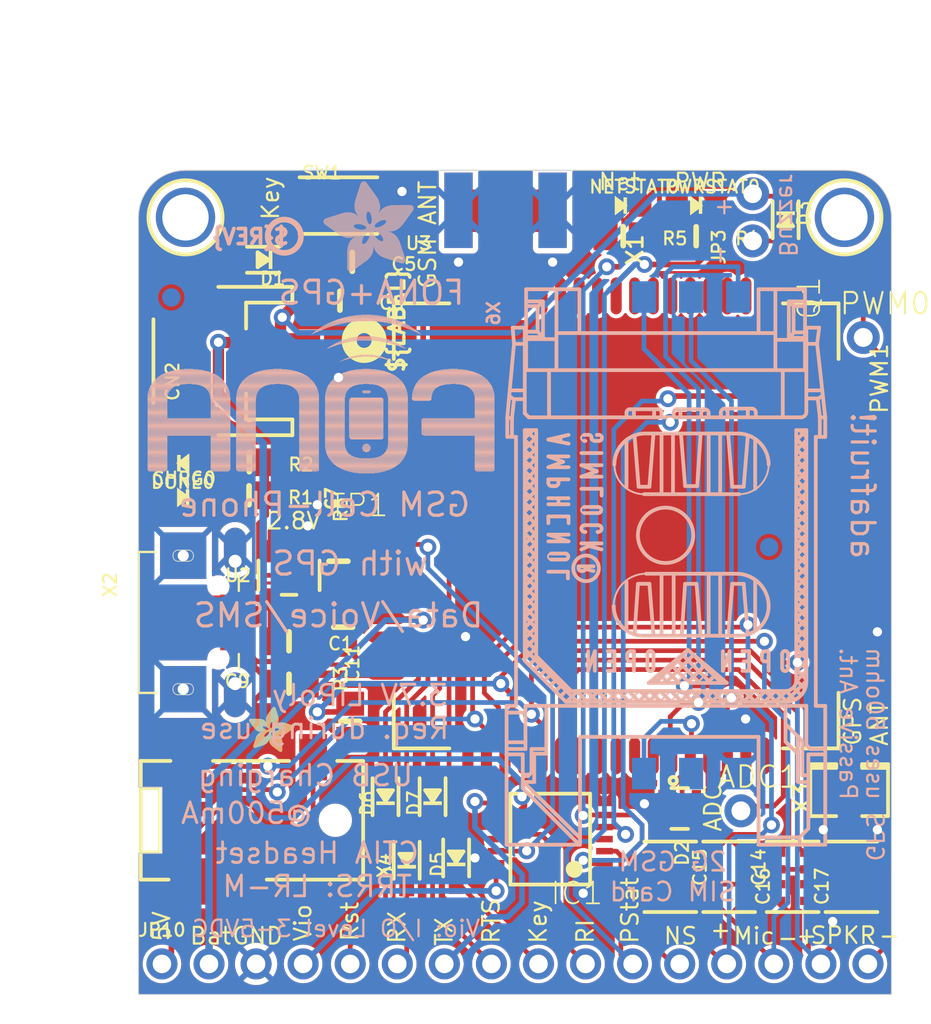
<source format=kicad_pcb>
(kicad_pcb (version 20221018) (generator pcbnew)
  (layers (0 "F.Cu" signal) (31 "B.Cu" signal) (34 "B.Paste" user) (35 "F.Paste" user) (36 "B.SilkS" user "B.Silkscreen") (37 "F.SilkS" user "F.Silkscreen") (38 "B.Mask" user) (39 "F.Mask" user) (44 "Edge.Cuts" user))
  (net 0 "")
  (net 1 "GND")
  (net 2 "N$1")
  (net 3 "N$2")
  (net 4 "N$5")
  (net 5 "N$6")
  (net 6 "PWRKEY")
  (net 7 "NETSTAT")
  (net 8 "PWRSTAT")
  (net 9 "SIMRST")
  (net 10 "SIMCLK")
  (net 11 "SIMDATA")
  (net 12 "2.8V")
  (net 13 "RESET")
  (net 14 "RI")
  (net 15 "UART_RXD")
  (net 16 "UART_TXD")
  (net 17 "VRTC")
  (net 18 "VCCIO")
  (net 19 "GSM_ANT")
  (net 20 "VBUS")
  (net 21 "1.8V")
  (net 22 "NETSTAT_5V")
  (net 23 "N$4")
  (net 24 "PWRSTAT_5V")
  (net 25 "N$9")
  (net 26 "SPEAKER1+")
  (net 27 "MIC1+")
  (net 28 "VBAT")
  (net 29 "+5V")
  (net 30 "RXD_5V")
  (net 31 "TXD_5V")
  (net 32 "RI_5V")
  (net 33 "PWRKEY_5V")
  (net 34 "RESET_5V")
  (net 35 "N$16")
  (net 36 "HP+")
  (net 37 "RTS")
  (net 38 "MIC1-")
  (net 39 "SPEAKER1-")
  (net 40 "PWM1")
  (net 41 "N$3")
  (net 42 "RTS_5V")
  (net 43 "N$7")
  (footprint "working:1X16_ROUND" (layer "F.Cu") (at 148.5011 125.5776)
    (fp_text reference "JP10")
    (fp_text value "")
  )
  (footprint "working:MOUNTINGHOLE_2.5_PLATED" (layer "F.Cu") (at 166.2811 85.3186 90)
    (fp_text reference "U$33" hide)
    (fp_text value "MOUNTINGHOLE2.5" hide)
  )
  (footprint "working:SOD-323" (layer "F.Cu") (at 145.3261 119.8626 90)
    (fp_text reference "D5")
    (fp_text value "1N4148")
  )
  (footprint "working:4UCONN_18510" (layer "F.Cu") (at 128.3081 117.8306)
    (fp_text reference "X4")
    (fp_text value "4UCONN_18510")
  )
  (footprint "working:RESPACK_4X0603" (layer "F.Cu") (at 160.0581 120.8786 -90)
    (fp_text reference "C14")
    (fp_text value "33pF")
  )
  (footprint "working:0805-NO" (layer "F.Cu") (at 138.9761 103.8606 90)
    (fp_text reference "R6")
    (fp_text value "10K")
  )
  (footprint "working:0805-NO" (layer "F.Cu") (at 136.3091 108.1786)
    (fp_text reference "C1")
    (fp_text value "10µF")
  )
  (footprint "working:SOT23-5" (layer "F.Cu") (at 136.3091 104.6226 180)
    (fp_text reference "U2")
    (fp_text value "MCP73831T-2ACI/OT")
  )
  (footprint "working:FIDUCIAL_1MM" (layer "F.Cu") (at 133.7691 117.7036)
    (fp_text reference "FID3" hide)
    (fp_text value "FIDUCIAL\"\"" hide)
  )
  (footprint "working:1X01-CLEANBIG" (layer "F.Cu") (at 160.6931 117.3226)
    (fp_text reference "ADC1")
    (fp_text value "")
  )
  (footprint "working:SOD-323" (layer "F.Cu") (at 141.5161 116.5606 90)
    (fp_text reference "D6")
    (fp_text value "1N4148")
  )
  (footprint "working:0805-NO" (layer "F.Cu") (at 139.0561 89.8116)
    (fp_text reference "C6")
    (fp_text value "33pF")
  )
  (footprint "working:CHIPLED_0805_NOOUTLINE" (layer "F.Cu") (at 130.5951 100.4206 -90)
    (fp_text reference "CHRG0")
    (fp_text value "ORANGE")
  )
  (footprint "working:CHIPLED_0805_NOOUTLINE" (layer "F.Cu") (at 158.2801 84.6836 -90)
    (fp_text reference "PWRSTAT0")
    (fp_text value "BLUE")
  )
  (footprint "working:0805-NO" (layer "F.Cu") (at 134.1661 98.5266)
    (fp_text reference "R2")
    (fp_text value "1K")
  )
  (footprint "working:SMA_EDGELAUNCH_UFL" (layer "F.Cu") (at 147.9931 82.9056 -90)
    (fp_text reference "X1")
    (fp_text value "uFL")
  )
  (footprint "working:0805-NO" (layer "F.Cu") (at 136.3091 110.4646 180)
    (fp_text reference "C9")
    (fp_text value "10uF")
  )
  (footprint "working:0805-NO" (layer "F.Cu") (at 139.7221 87.7166)
    (fp_text reference "C5")
    (fp_text value "10pF")
  )
  (footprint "working:RESPACK_4X0603" (layer "F.Cu") (at 166.6621 120.8786 90)
    (fp_text reference "C17")
    (fp_text value "10pF")
  )
  (footprint "working:SIM900_SMT" (layer "F.Cu") (at 153.9621 101.9556)
    (fp_text reference "U3")
    (fp_text value "SIM808")
  )
  (footprint "working:SOD-323" (layer "F.Cu") (at 142.6591 119.9896 90)
    (fp_text reference "D4")
    (fp_text value "1N4148")
  )
  (footprint "working:RESPACK_4X0603" (layer "F.Cu") (at 156.8831 120.8786 -90)
    (fp_text reference "C15")
    (fp_text value "10pF")
  )
  (footprint "working:1X02_ROUND" (layer "F.Cu") (at 161.3281 85.3186 90)
    (fp_text reference "JP3")
    (fp_text value "BUZZ")
  )
  (footprint "working:RESPACK_4X0603" (layer "F.Cu") (at 163.4871 120.8786 90)
    (fp_text reference "C16")
    (fp_text value "33pF")
  )
  (footprint "working:0805-NO" (layer "F.Cu") (at 134.1501 100.3046)
    (fp_text reference "R1")
    (fp_text value "470")
  )
  (footprint "working:ADAFRUIT_2.5MM" (layer "F.Cu") (at 134.1501 114.1476)
    (fp_text reference "U$21" hide)
    (fp_text value "" hide)
  )
  (footprint "working:SOD-323" (layer "F.Cu") (at 163.1061 85.4456 -90)
    (fp_text reference "D3")
    (fp_text value "1N4148")
  )
  (footprint "working:MOUNTINGHOLE_2.5_PLATED" (layer "F.Cu") (at 130.7211 85.3186 90)
    (fp_text reference "U$34" hide)
    (fp_text value "MOUNTINGHOLE2.5" hide)
  )
  (footprint "working:SC59-BEC" (layer "F.Cu") (at 166.2811 89.0016 90)
    (fp_text reference "Q1")
    (fp_text value "DTC143ZUAT106")
  )
  (footprint "working:0805-NO" (layer "F.Cu") (at 154.3431 86.3346)
    (fp_text reference "R5")
    (fp_text value "1K")
  )
  (footprint "working:FIDUCIAL_1MM" (layer "F.Cu") (at 163.8681 92.0496)
    (fp_text reference "FID1" hide)
    (fp_text value "FIDUCIAL\"\"" hide)
  )
  (footprint "working:FIDUCIAL_1MM" (layer "F.Cu") (at 130.4671 92.3036)
    (fp_text reference "FID2" hide)
    (fp_text value "FIDUCIAL\"\"" hide)
  )
  (footprint "working:0805-NO" (layer "F.Cu") (at 158.2801 86.3346)
    (fp_text reference "R4")
    (fp_text value "1K")
  )
  (footprint "working:SOT363" (layer "F.Cu") (at 157.3911 117.1956 -90)
    (fp_text reference "D2")
    (fp_text value "SMF05C")
  )
  (footprint "working:CHIPLED_0805_NOOUTLINE" (layer "F.Cu") (at 130.6001 98.5726 90)
    (fp_text reference "DONE0")
    (fp_text value "GREEN")
  )
  (footprint "working:4UCONN_20329" (layer "F.Cu") (at 132.4991 107.1626 -90)
    (fp_text reference "X2")
    (fp_text value "MicroB")
    (fp_line (start -3.9 2.2) (end -3.9 1.6) (stroke (width 0.05)) (layer "Edge.Cuts"))
    (fp_line (start -3.3 1.6) (end -3.3 2.2) (stroke (width 0.05)) (layer "Edge.Cuts"))
    (fp_line (start 3.3 2.2) (end 3.3 1.6) (stroke (width 0.05)) (layer "Edge.Cuts"))
    (fp_line (start 3.9 1.6) (end 3.9 2.2) (stroke (width 0.05)) (layer "Edge.Cuts"))
    (fp_arc (start -3.9 1.6) (mid -3.801777 1.412868) (end -3.6 1.35) (stroke (width 0.05)) (layer "Edge.Cuts"))
    (fp_arc (start -3.6 1.35) (mid -3.398223 1.412868) (end -3.3 1.6) (stroke (width 0.05)) (layer "Edge.Cuts"))
    (fp_arc (start -3.6 2.45) (mid -3.801777 2.387132) (end -3.9 2.2) (stroke (width 0.05)) (layer "Edge.Cuts"))
    (fp_arc (start -3.3 2.2) (mid -3.398223 2.387132) (end -3.6 2.45) (stroke (width 0.05)) (layer "Edge.Cuts"))
    (fp_arc (start 3.3 1.6) (mid 3.398223 1.412868) (end 3.6 1.35) (stroke (width 0.05)) (layer "Edge.Cuts"))
    (fp_arc (start 3.6 1.35) (mid 3.801777 1.412868) (end 3.9 1.6) (stroke (width 0.05)) (layer "Edge.Cuts"))
    (fp_arc (start 3.6 2.45) (mid 3.398223 2.387132) (end 3.3 2.2) (stroke (width 0.05)) (layer "Edge.Cuts"))
    (fp_arc (start 3.9 2.2) (mid 3.801777 2.387132) (end 3.6 2.45) (stroke (width 0.05)) (layer "Edge.Cuts"))
  )
  (footprint "working:0805-NO" (layer "F.Cu") (at 139.2301 107.4166 -90)
    (fp_text reference "R3")
    (fp_text value "2K")
  )
  (footprint "working:CHIPLED_0805_NOOUTLINE" (layer "F.Cu") (at 154.2161 84.6836 -90)
    (fp_text reference "NETSTAT0")
    (fp_text value "RED")
  )
  (footprint "working:1X01-CLEANBIG" (layer "F.Cu") (at 167.2971 91.7956)
    (fp_text reference "PWM0")
    (fp_text value "")
  )
  (footprint "working:C1210" (layer "F.Cu") (at 138.7221 97.7646 -90)
    (fp_text reference "C7")
    (fp_text value "100uF")
  )
  (footprint "working:TP11R" (layer "F.Cu") (at 138.9761 101.4476)
    (fp_text reference "TP1")
    (fp_text value "TPTP11R")
  )
  (footprint "working:BTN_KMR2_4.6X2.8" (layer "F.Cu") (at 138.9761 84.6836)
    (fp_text reference "SW1")
    (fp_text value "KMR2")
  )
  (footprint "working:SOD-323" (layer "F.Cu") (at 144.0561 116.5606 90)
    (fp_text reference "D7")
    (fp_text value "1N4148")
  )
  (footprint "working:0805-NO" (layer "F.Cu") (at 139.6111 112.4966 90)
    (fp_text reference "C11")
    (fp_text value "10uF")
  )
  (footprint "working:JSTPH2" (layer "F.Cu") (at 131.9911 93.0656 90)
    (fp_text reference "CN2")
    (fp_text value "JSTPH")
  )
  (footprint "working:TSSOP14" (layer "F.Cu") (at 150.4061 118.8466 90)
    (fp_text reference "IC1")
    (fp_text value "74VHCT125PW")
  )
  (footprint "working:U.FL" (layer "F.Cu") (at 166.5351 116.3066 90)
    (fp_text reference "X3")
    (fp_text value "uFL")
  )
  (footprint "working:SOD-123" (layer "F.Cu") (at 134.9121 87.6046 180)
    (fp_text reference "D1")
    (fp_text value "MMSZ5231BT1G")
  )
  (footprint "working:C707_10M006_512_2" (layer "B.Cu") (at 156.6291 102.4636 -90)
    (fp_text reference "X6")
    (fp_text value "SIM_LOCKAMPHENOL")
  )
  (footprint "working:FIDUCIAL_1MM" (layer "B.Cu") (at 162.2171 103.0986 180)
    (fp_text reference "FID5" hide)
    (fp_text value "FIDUCIAL\"\"" hide)
  )
  (footprint "working:FIDUCIAL_1MM" (layer "B.Cu") (at 129.9591 89.6366 180)
    (fp_text reference "FID4" hide)
    (fp_text value "FIDUCIAL\"\"" hide)
  )
  (footprint "working:ADAFRUIT_5MM" (layer "B.Cu") (at 143.0401 88.2396 180)
    (fp_text reference "U$36" hide)
    (fp_text value "" hide)
  )
  (footprint "working:PCBFEAT-REV-040" (layer "B.Cu") (at 136.0551 86.3346 180)
    (fp_text reference "U$25" hide)
    (fp_text value "" hide)
  )
  (footprint "working:FONA_LOGO" (layer "B.Cu") (at 147.8661 99.2886 180)
    (fp_text reference "U$26" hide)
    (fp_text value "" hide)
  )
  (gr_line (start 129.4511 116.0526) (end 129.4511 119.6086) (stroke (width 0.05)) (layer "Edge.Cuts"))
  (gr_line (start 166.2811 82.7786) (end 130.7211 82.7786) (stroke (width 0.05)) (layer "Edge.Cuts"))
  (gr_line (start 128.1811 119.6086) (end 128.1811 127.2286) (stroke (width 0.05)) (layer "Edge.Cuts"))
  (gr_line (start 128.1811 85.3186) (end 128.1811 116.0526) (stroke (width 0.05)) (layer "Edge.Cuts"))
  (gr_line (start 128.1811 127.2286) (end 168.8211 127.2286) (stroke (width 0.05)) (layer "Edge.Cuts"))
  (gr_arc (start 166.2811 82.7786) (mid 168.077151 83.522549) (end 168.8211 85.3186) (stroke (width 0.05)) (layer "Edge.Cuts"))
  (gr_arc (start 128.1811 85.3186) (mid 128.925049 83.522549) (end 130.7211 82.7786) (stroke (width 0.05)) (layer "Edge.Cuts"))
  (gr_line (start 129.4511 119.6086) (end 128.1811 119.6086) (stroke (width 0.05)) (layer "Edge.Cuts"))
  (gr_line (start 128.1811 116.0526) (end 129.4511 116.0526) (stroke (width 0.05)) (layer "Edge.Cuts"))
  (gr_line (start 168.8211 127.2286) (end 168.8211 85.3186) (stroke (width 0.05)) (layer "Edge.Cuts"))
  (gr_text "Req. during use" (at 138.2141 112.8776) (layer "B.SilkS") (effects (font (size 1.1176 1.1176) (thickness 0.1524)) (justify mirror)))
  (gr_text "adafruit!" (at 166.5351 103.8606 -90) (layer "B.SilkS") (effects (font (size 1.251712 1.251712) (thickness 0.170688)) (justify left bottom mirror)))
  (gr_text "Vio: I/O Level 3-5VDC" (at 138.8491 123.6726) (layer "B.SilkS") (effects (font (size 0.89408 0.89408) (thickness 0.12192)) (justify mirror)))
  (gr_text "Buzzer" (at 163.7411 82.9056 -90) (layer "B.SilkS") (effects (font (size 0.89408 0.89408) (thickness 0.12192)) (justify right top mirror)))
  (gr_text "USB Charging" (at 137.1981 115.4176) (layer "B.SilkS") (effects (font (size 1.1176 1.1176) (thickness 0.1524)) (justify mirror)))
  (gr_text "2G GSM\nSIM Card" (at 157.0101 120.8786) (layer "B.SilkS") (effects (font (size 1.00584 1.00584) (thickness 0.13716)) (justify mirror)))
  (gr_text "@500mA" (at 134.0231 117.4496) (layer "B.SilkS") (effects (font (size 1.1176 1.1176) (thickness 0.1524)) (justify mirror)))
  (gr_text "3.7V LiPoly" (at 140.1191 111.0996) (layer "B.SilkS") (effects (font (size 1.1176 1.1176) (thickness 0.1524)) (justify mirror)))
  (gr_text "-" (at 160.1851 86.7156 -90) (layer "B.SilkS") (effects (font (size 0.89408 0.89408) (thickness 0.12192)) (justify right top mirror)))
  (gr_text "Data/Voice/SMS" (at 138.9761 106.7816) (layer "B.SilkS") (effects (font (size 1.251712 1.251712) (thickness 0.170688)) (justify mirror)))
  (gr_text "with GPS" (at 139.6111 103.9876) (layer "B.SilkS") (effects (font (size 1.251712 1.251712) (thickness 0.170688)) (justify mirror)))
  (gr_text "FONA+GPS" (at 140.7541 89.3826) (layer "B.SilkS") (effects (font (size 1.251712 1.251712) (thickness 0.170688)) (justify mirror)))
  (gr_text "CTIA Headset\nTRRS: LR-M" (at 137.8331 120.4976) (layer "B.SilkS") (effects (font (size 1.1176 1.1176) (thickness 0.1524)) (justify mirror)))
  (gr_text "GPS uses 50ohm\nPassive Ant." (at 168.4401 108.4326 -90) (layer "B.SilkS") (effects (font (size 0.89408 0.89408) (thickness 0.12192)) (justify right top mirror)))
  (gr_text "+" (at 159.1691 84.1756) (layer "B.SilkS") (effects (font (size 0.89408 0.89408) (thickness 0.12192)) (justify right top mirror)))
  (gr_text "GSM Cell-Phone" (at 138.2141 100.8126) (layer "B.SilkS") (effects (font (size 1.251712 1.251712) (thickness 0.170688)) (justify mirror)))
  (gr_text "Bat" (at 133.2611 123.5456) (layer "F.SilkS") (effects (font (size 0.89408 0.89408) (thickness 0.12192)) (justify right top)))
  (gr_text "Key" (at 150.2791 124.5616 90) (layer "F.SilkS") (effects (font (size 0.89408 0.89408) (thickness 0.12192)) (justify left bottom)))
  (gr_text "GSM ANT" (at 144.3101 89.2556 90) (layer "F.SilkS") (effects (font (size 0.89408 0.89408) (thickness 0.12192)) (justify left bottom)))
  (gr_text "Key" (at 134.7851 83.0326 90) (layer "F.SilkS") (effects (font (size 0.89408 0.89408) (thickness 0.12192)) (justify right top)))
  (gr_text "5V" (at 129.9591 124.4346 90) (layer "F.SilkS") (effects (font (size 0.89408 0.89408) (thickness 0.12192)) (justify left bottom)))
  (gr_text "GPS\nANT" (at 168.6941 113.8936 90) (layer "F.SilkS") (effects (font (size 0.89408 0.89408) (thickness 0.12192)) (justify left bottom)))
  (gr_text "Vio" (at 137.5791 124.4346 90) (layer "F.SilkS") (effects (font (size 0.89408 0.89408) (thickness 0.12192)) (justify left bottom)))
  (gr_text "-" (at 162.5981 124.6886) (layer "F.SilkS") (effects (font (size 0.89408 0.89408) (thickness 0.12192)) (justify left bottom)))
  (gr_text "SPKR" (at 164.3761 124.5616) (layer "F.SilkS") (effects (font (size 0.89408 0.89408) (thickness 0.12192)) (justify left bottom)))
  (gr_text "RTS" (at 147.7391 124.5616 90) (layer "F.SilkS") (effects (font (size 0.89408 0.89408) (thickness 0.12192)) (justify left bottom)))
  (gr_text "Net" (at 152.9461 83.9216) (layer "F.SilkS") (effects (font (size 0.89408 0.89408) (thickness 0.12192)) (justify left bottom)))
  (gr_text "RI" (at 152.8191 124.5616 90) (layer "F.SilkS") (effects (font (size 0.89408 0.89408) (thickness 0.12192)) (justify left bottom)))
  (gr_text "GND" (at 136.0551 123.5456) (layer "F.SilkS") (effects (font (size 0.89408 0.89408) (thickness 0.12192)) (justify right top)))
  (gr_text "Rst" (at 140.1191 124.4346 90) (layer "F.SilkS") (effects (font (size 0.89408 0.89408) (thickness 0.12192)) (justify left bottom)))
  (gr_text "+" (at 160.0581 124.4346 90) (layer "F.SilkS") (effects (font (size 0.89408 0.89408) (thickness 0.12192)) (justify left bottom)))
  (gr_text "NS" (at 158.4071 123.5456) (layer "F.SilkS") (effects (font (size 0.89408 0.89408) (thickness 0.12192)) (justify right top)))
  (gr_text "2.8V" (at 135.0391 102.2096) (layer "F.SilkS") (effects (font (size 0.89408 0.89408) (thickness 0.12192)) (justify left bottom)))
  (gr_text "TX" (at 145.1991 124.6886 90) (layer "F.SilkS") (effects (font (size 0.89408 0.89408) (thickness 0.12192)) (justify left bottom)))
  (gr_text "-" (at 168.0591 124.5616) (layer "F.SilkS") (effects (font (size 0.89408 0.89408) (thickness 0.12192)) (justify left bottom)))
  (gr_text "RX" (at 142.6591 124.5616 90) (layer "F.SilkS") (effects (font (size 0.89408 0.89408) (thickness 0.12192)) (justify left bottom)))
  (gr_text "PWM1" (at 168.6941 95.9866 90) (layer "F.SilkS") (effects (font (size 0.89408 0.89408) (thickness 0.12192)) (justify left bottom)))
  (gr_text "+" (at 163.6141 124.5616) (layer "F.SilkS") (effects (font (size 0.89408 0.89408) (thickness 0.12192)) (justify left bottom)))
  (gr_text "ADC" (at 158.6611 115.7986 90) (layer "F.SilkS") (effects (font (size 0.89408 0.89408) (thickness 0.12192)) (justify right top)))
  (gr_text "PWR" (at 157.0101 83.9216) (layer "F.SilkS") (effects (font (size 0.89408 0.89408) (thickness 0.12192)) (justify left bottom)))
  (gr_text "Mic" (at 162.5981 123.5456) (layer "F.SilkS") (effects (font (size 0.89408 0.89408) (thickness 0.12192)) (justify right top)))
  (gr_text "PStat" (at 155.2321 124.5616 90) (layer "F.SilkS") (effects (font (size 0.89408 0.89408) (thickness 0.12192)) (justify left bottom)))
  (segment (start 146.5961 118.1966) (end 146.5961 120.1166) (width 0.3048) (layer "F.Cu") (net 1))
  (segment (start 147.4811 118.1966) (end 146.5961 118.1966) (width 0.3048) (layer "F.Cu") (net 1))
  (segment (start 146.5961 120.1166) (end 147.6081 120.1166) (width 0.3048) (layer "F.Cu") (net 1))
  (via (at 145.4531 87.7316) (size 0.9064) (drill 0.5) (layers "F.Cu" "B.Cu") (net 1))
  (via (at 165.6461 123.2916) (size 0.9064) (drill 0.5) (layers "F.Cu" "B.Cu") (net 1))
  (via (at 137.8331 100.8126) (size 0.9064) (drill 0.5) (layers "F.Cu" "B.Cu") (net 1))
  (via (at 145.8341 107.9246) (size 0.9064) (drill 0.5) (layers "F.Cu" "B.Cu") (net 1))
  (via (at 152.1841 121.7676) (size 0.9064) (drill 0.5) (layers "F.Cu" "B.Cu") (net 1))
  (via (at 142.4051 83.9216) (size 0.9064) (drill 0.5) (layers "F.Cu" "B.Cu") (net 1))
  (via (at 150.5331 87.7316) (size 0.9064) (drill 0.5) (layers "F.Cu" "B.Cu") (net 1))
  (via (at 165.1381 118.3386) (size 0.9064) (drill 0.5) (layers "F.Cu" "B.Cu") (net 1))
  (via (at 146.3421 119.8626) (size 0.9064) (drill 0.5) (layers "F.Cu" "B.Cu") (net 1))
  (via (at 138.9761 93.9546) (size 0.9064) (drill 0.5) (layers "F.Cu" "B.Cu") (net 1))
  (via (at 155.4861 116.9416) (size 0.9064) (drill 0.5) (layers "F.Cu" "B.Cu") (net 1))
  (via (at 168.0591 107.6706) (size 0.9064) (drill 0.5) (layers "F.Cu" "B.Cu") (net 1))
  (via (at 137.3251 101.9556) (size 0.9064) (drill 0.5) (layers "F.Cu" "B.Cu") (net 1))
  (via (at 160.9471 112.3696) (size 0.9064) (drill 0.5) (layers "F.Cu" "B.Cu") (net 1))
  (via (at 168.0591 118.3386) (size 0.9064) (drill 0.5) (layers "F.Cu" "B.Cu") (net 1))
  (segment (start 131.7611 100.3046) (end 133.2001 100.3046) (width 0.254) (layer "F.Cu") (net 2))
  (segment (start 131.6451 100.4206) (end 131.7611 100.3046) (width 0.254) (layer "F.Cu") (net 2))
  (segment (start 134.6581 104.4956) (end 134.7851 104.6226) (width 0.254) (layer "F.Cu") (net 3))
  (segment (start 135.1001 100.3046) (end 135.1001 101.3866) (width 0.254) (layer "F.Cu") (net 3))
  (segment (start 135.1001 98.5426) (end 135.1001 100.3046) (width 0.254) (layer "F.Cu") (net 3))
  (segment (start 137.2591 104.3076) (end 137.2591 103.3225) (width 0.254) (layer "F.Cu") (net 3))
  (segment (start 135.1161 98.5266) (end 135.1001 98.5426) (width 0.254) (layer "F.Cu") (net 3))
  (segment (start 134.7851 104.6226) (end 136.9441 104.6226) (width 0.254) (layer "F.Cu") (net 3))
  (segment (start 135.1001 101.3866) (end 134.6581 101.8286) (width 0.254) (layer "F.Cu") (net 3))
  (segment (start 136.9441 104.6226) (end 137.2591 104.3076) (width 0.254) (layer "F.Cu") (net 3))
  (segment (start 134.6581 101.8286) (end 134.6581 104.4956) (width 0.254) (layer "F.Cu") (net 3))
  (segment (start 139.2301 106.3998) (end 139.2301 106.4666) (width 0.254) (layer "F.Cu") (net 4))
  (segment (start 138.753 105.9227) (end 139.2301 106.3998) (width 0.254) (layer "F.Cu") (net 4))
  (segment (start 137.2591 105.9227) (end 138.753 105.9227) (width 0.254) (layer "F.Cu") (net 4))
  (segment (start 133.1701 98.5726) (end 131.6501 98.5726) (width 0.254) (layer "F.Cu") (net 5))
  (segment (start 133.2161 98.5266) (end 133.1701 98.5726) (width 0.254) (layer "F.Cu") (net 5))
  (segment (start 144.9451 102.3366) (end 143.5481 100.9396) (width 0.254) (layer "F.Cu") (net 6))
  (segment (start 143.5481 100.9396) (end 141.5781 100.9396) (width 0.254) (layer "F.Cu") (net 6))
  (segment (start 136.9261 85.4836) (end 141.0261 85.4836) (width 0.254) (layer "F.Cu") (net 6))
  (segment (start 144.9451 118.2116) (end 144.9451 102.3366) (width 0.254) (layer "F.Cu") (net 6))
  (segment (start 141.0261 85.4836) (end 143.5481 88.0056) (width 0.3048) (layer "F.Cu") (net 6))
  (segment (start 141.5781 100.9396) (end 141.5621 100.9556) (width 0.254) (layer "F.Cu") (net 6))
  (segment (start 143.5481 88.0056) (end 143.5481 100.9396) (width 0.3048) (layer "F.Cu") (net 6))
  (segment (start 145.3261 118.5926) (end 144.9451 118.2116) (width 0.254) (layer "F.Cu") (net 6))
  (segment (start 153.3311 118.1966) (end 154.0741 118.1966) (width 0.254) (layer "F.Cu") (net 7))
  (segment (start 156.8981 94.9556) (end 166.3621 94.9556) (width 0.3048) (layer "F.Cu") (net 7))
  (segment (start 156.7561 95.0976) (end 156.8981 94.9556) (width 0.3048) (layer "F.Cu") (net 7))
  (segment (start 154.0741 118.1966) (end 154.4701 118.5926) (width 0.254) (layer "F.Cu") (net 7))
  (via (at 156.7561 95.0976) (size 0.9064) (drill 0.5) (layers "F.Cu" "B.Cu") (net 7))
  (via (at 154.4701 118.5926) (size 0.9064) (drill 0.5) (layers "F.Cu" "B.Cu") (net 7))
  (segment (start 153.8351 117.9576) (end 153.8351 96.7486) (width 0.254) (layer "B.Cu") (net 7))
  (segment (start 156.6291 95.2246) (end 156.7561 95.0976) (width 0.254) (layer "B.Cu") (net 7))
  (segment (start 154.4701 118.5926) (end 153.8351 117.9576) (width 0.254) (layer "B.Cu") (net 7))
  (segment (start 153.8351 96.7486) (end 155.3591 95.2246) (width 0.254) (layer "B.Cu") (net 7))
  (segment (start 156.7561 95.2246) (end 156.7561 95.0976) (width 0.3048) (layer "B.Cu") (net 7))
  (segment (start 155.3591 95.2246) (end 156.6291 95.2246) (width 0.254) (layer "B.Cu") (net 7))
  (segment (start 152.3411 120.1466) (end 153.3311 120.1466) (width 0.3048) (layer "F.Cu") (net 8))
  (segment (start 152.1841 119.9896) (end 152.3411 120.1466) (width 0.3048) (layer "F.Cu") (net 8))
  (segment (start 157.2951 95.9556) (end 156.8831 96.3676) (width 0.3048) (layer "F.Cu") (net 8))
  (segment (start 166.3621 95.9556) (end 157.2951 95.9556) (width 0.3048) (layer "F.Cu") (net 8))
  (via (at 152.1841 119.9896) (size 0.9064) (drill 0.5) (layers "F.Cu" "B.Cu") (net 8))
  (via (at 156.8831 96.3676) (size 0.9064) (drill 0.5) (layers "F.Cu" "B.Cu") (net 8))
  (segment (start 154.3431 117.0686) (end 154.3431 97.6376) (width 0.254) (layer "B.Cu") (net 8))
  (segment (start 155.3591 118.0846) (end 155.3591 118.9736) (width 0.254) (layer "B.Cu") (net 8))
  (segment (start 154.3431 117.0686) (end 155.3591 118.0846) (width 0.254) (layer "B.Cu") (net 8))
  (segment (start 155.6131 96.3676) (end 156.8831 96.3676) (width 0.254) (layer "B.Cu") (net 8))
  (segment (start 154.3431 119.9896) (end 152.1841 119.9896) (width 0.254) (layer "B.Cu") (net 8))
  (segment (start 155.3591 118.9736) (end 154.3431 119.9896) (width 0.254) (layer "B.Cu") (net 8))
  (segment (start 154.3431 97.6376) (end 155.6131 96.3676) (width 0.254) (layer "B.Cu") (net 8))
  (segment (start 158.7881 118.5926) (end 159.4231 117.9576) (width 0.254) (layer "F.Cu") (net 9))
  (segment (start 157.1251 117.9456) (end 157.7721 118.5926) (width 0.254) (layer "F.Cu") (net 9))
  (segment (start 160.1851 111.2266) (end 159.9621 111.4496) (width 0.254) (layer "F.Cu") (net 9))
  (segment (start 157.7721 118.5926) (end 158.7881 118.5926) (width 0.254) (layer "F.Cu") (net 9))
  (segment (start 159.9621 111.4496) (end 159.9621 114.3556) (width 0.254) (layer "F.Cu") (net 9))
  (segment (start 159.4231 115.5446) (end 159.9621 115.0056) (width 0.254) (layer "F.Cu") (net 9))
  (segment (start 159.4231 117.9576) (end 159.4231 115.5446) (width 0.254) (layer "F.Cu") (net 9))
  (segment (start 160.0581 114.4516) (end 159.9621 114.3556) (width 0.254) (layer "F.Cu") (net 9))
  (segment (start 156.4911 117.9456) (end 157.1251 117.9456) (width 0.254) (layer "F.Cu") (net 9))
  (segment (start 159.9621 115.0056) (end 159.9621 114.3556) (width 0.254) (layer "F.Cu") (net 9))
  (via (at 160.1851 111.2266) (size 0.9064) (drill 0.5) (layers "F.Cu" "B.Cu") (net 9))
  (segment (start 158.0041 93.0436) (end 160.1851 95.2246) (width 0.254) (layer "B.Cu") (net 9))
  (segment (start 160.1851 95.2246) (end 160.1851 111.2266) (width 0.254) (layer "B.Cu") (net 9))
  (segment (start 158.0041 89.6136) (end 158.0041 93.0436) (width 0.254) (layer "B.Cu") (net 9))
  (segment (start 158.9151 114.3086) (end 158.9621 114.3556) (width 0.254) (layer "F.Cu") (net 10))
  (segment (start 158.9151 112.8776) (end 158.9151 114.3086) (width 0.254) (layer "F.Cu") (net 10))
  (segment (start 159.2961 110.5916) (end 159.2961 112.4966) (width 0.254) (layer "F.Cu") (net 10))
  (segment (start 158.9151 117.7036) (end 158.9151 114.4026) (width 0.254) (layer "F.Cu") (net 10))
  (segment (start 158.6731 117.9456) (end 158.9151 117.7036) (width 0.254) (layer "F.Cu") (net 10))
  (segment (start 157.6451 110.5916) (end 159.2961 110.5916) (width 0.254) (layer "F.Cu") (net 10))
  (segment (start 159.2961 112.4966) (end 158.9151 112.8776) (width 0.254) (layer "F.Cu") (net 10))
  (segment (start 158.9151 114.4026) (end 158.9621 114.3556) (width 0.254) (layer "F.Cu") (net 10))
  (segment (start 158.2911 117.9456) (end 158.6731 117.9456) (width 0.254) (layer "F.Cu") (net 10))
  (segment (start 158.9031 114.4146) (end 158.9621 114.3556) (width 0.254) (layer "F.Cu") (net 10))
  (via (at 157.6451 110.5916) (size 0.9064) (drill 0.5) (layers "F.Cu" "B.Cu") (net 10))
  (segment (start 157.8991 94.8436) (end 157.8991 110.3376) (width 0.254) (layer "B.Cu") (net 10))
  (segment (start 155.4641 89.6136) (end 155.4641 92.4086) (width 0.254) (layer "B.Cu") (net 10))
  (segment (start 155.4641 92.4086) (end 157.8991 94.8436) (width 0.254) (layer "B.Cu") (net 10))
  (segment (start 157.8991 110.3376) (end 157.6451 110.5916) (width 0.254) (layer "B.Cu") (net 10))
  (segment (start 158.0261 114.4196) (end 158.0261 115.6716) (width 0.254) (layer "F.Cu") (net 11))
  (segment (start 158.0261 112.6236) (end 158.0261 114.2916) (width 0.254) (layer "F.Cu") (net 11))
  (segment (start 158.0261 115.6716) (end 157.5181 116.1796) (width 0.254) (layer "F.Cu") (net 11))
  (segment (start 157.5181 116.1796) (end 157.5181 117.0686) (width 0.254) (layer "F.Cu") (net 11))
  (segment (start 158.0261 114.4196) (end 157.9621 114.3556) (width 0.254) (layer "F.Cu") (net 11))
  (segment (start 158.0261 114.2916) (end 157.9621 114.3556) (width 0.254) (layer "F.Cu") (net 11))
  (segment (start 157.5181 117.0686) (end 157.6451 117.1956) (width 0.254) (layer "F.Cu") (net 11))
  (segment (start 157.6451 117.1956) (end 158.2911 117.1956) (width 0.254) (layer "F.Cu") (net 11))
  (via (at 158.0261 112.6236) (size 0.9064) (drill 0.5) (layers "F.Cu" "B.Cu") (net 11))
  (segment (start 156.3751 112.4966) (end 157.8991 112.4966) (width 0.254) (layer "B.Cu") (net 11))
  (segment (start 157.8991 112.4966) (end 158.0261 112.6236) (width 0.254) (layer "B.Cu") (net 11))
  (segment (start 155.4641 115.3136) (end 155.4641 113.4076) (width 0.254) (layer "B.Cu") (net 11))
  (segment (start 155.4641 113.4076) (end 156.3751 112.4966) (width 0.254) (layer "B.Cu") (net 11))
  (segment (start 138.9761 102.9106) (end 138.9761 101.4476) (width 0.254) (layer "F.Cu") (net 12))
  (segment (start 139.1031 101.3206) (end 138.9761 101.4476) (width 0.254) (layer "F.Cu") (net 12))
  (segment (start 141.5621 99.9556) (end 140.8491 99.9556) (width 0.3048) (layer "F.Cu") (net 12))
  (segment (start 139.4841 101.3206) (end 139.1031 101.3206) (width 0.254) (layer "F.Cu") (net 12))
  (segment (start 140.8491 99.9556) (end 139.4841 101.3206) (width 0.254) (layer "F.Cu") (net 12))
  (segment (start 142.7861 108.9406) (end 141.5771 108.9406) (width 0.254) (layer "F.Cu") (net 13))
  (segment (start 141.5161 111.9886) (end 143.2941 110.2106) (width 0.254) (layer "F.Cu") (net 13))
  (segment (start 143.2941 110.2106) (end 143.2941 109.4486) (width 0.254) (layer "F.Cu") (net 13))
  (segment (start 141.5161 115.2906) (end 141.5161 111.9886) (width 0.254) (layer "F.Cu") (net 13))
  (segment (start 143.2941 109.4486) (end 142.7861 108.9406) (width 0.254) (layer "F.Cu") (net 13))
  (segment (start 141.5771 108.9406) (end 141.5621 108.9556) (width 0.254) (layer "F.Cu") (net 13))
  (segment (start 149.1361 119.4816) (end 149.1211 119.4966) (width 0.254) (layer "F.Cu") (net 14))
  (segment (start 143.6591 102.9556) (end 141.5621 102.9556) (width 0.254) (layer "F.Cu") (net 14))
  (segment (start 143.8021 103.0986) (end 143.6591 102.9556) (width 0.254) (layer "F.Cu") (net 14))
  (segment (start 149.1211 119.4966) (end 147.4811 119.4966) (width 0.254) (layer "F.Cu") (net 14))
  (via (at 143.8021 103.0986) (size 0.9064) (drill 0.5) (layers "F.Cu" "B.Cu") (net 14))
  (via (at 149.1361 119.4816) (size 0.9064) (drill 0.5) (layers "F.Cu" "B.Cu") (net 14))
  (segment (start 150.5331 118.0846) (end 150.5331 110.9726) (width 0.254) (layer "B.Cu") (net 14))
  (segment (start 143.8021 104.2416) (end 143.8021 103.0986) (width 0.254) (layer "B.Cu") (net 14))
  (segment (start 150.5331 118.0846) (end 149.1361 119.4816) (width 0.254) (layer "B.Cu") (net 14))
  (segment (start 150.5331 110.9726) (end 143.8021 104.2416) (width 0.254) (layer "B.Cu") (net 14))
  (segment (start 142.6591 111.6076) (end 142.6591 118.7196) (width 0.254) (layer "F.Cu") (net 15))
  (segment (start 141.5621 107.9556) (end 142.6901 107.9556) (width 0.254) (layer "F.Cu") (net 15))
  (segment (start 143.8021 109.0676) (end 143.8021 110.4646) (width 0.254) (layer "F.Cu") (net 15))
  (segment (start 142.6901 107.9556) (end 143.8021 109.0676) (width 0.254) (layer "F.Cu") (net 15))
  (segment (start 143.8021 110.4646) (end 142.6591 111.6076) (width 0.254) (layer "F.Cu") (net 15))
  (segment (start 141.9771 106.9556) (end 143.4681 106.9556) (width 0.254) (layer "F.Cu") (net 16))
  (segment (start 141.9771 106.9556) (end 141.5621 106.9556) (width 0.3048) (layer "F.Cu") (net 16))
  (segment (start 143.4681 106.9556) (end 143.5481 107.0356) (width 0.254) (layer "F.Cu") (net 16))
  (segment (start 148.5311 117.5466) (end 149.0091 117.0686) (width 0.3048) (layer "F.Cu") (net 16))
  (segment (start 149.0091 116.5606) (end 148.8821 116.5606) (width 0.3048) (layer "F.Cu") (net 16))
  (segment (start 149.0091 117.0686) (end 149.0091 116.5606) (width 0.3048) (layer "F.Cu") (net 16))
  (segment (start 147.4811 117.5466) (end 148.5311 117.5466) (width 0.3048) (layer "F.Cu") (net 16))
  (via (at 148.8821 116.5606) (size 0.9064) (drill 0.5) (layers "F.Cu" "B.Cu") (net 16))
  (via (at 143.5481 107.0356) (size 0.9064) (drill 0.5) (layers "F.Cu" "B.Cu") (net 16))
  (segment (start 148.8821 115.7986) (end 147.6121 114.5286) (width 0.3048) (layer "B.Cu") (net 16))
  (segment (start 147.6121 114.5286) (end 139.7381 114.5286) (width 0.3048) (layer "B.Cu") (net 16))
  (segment (start 134.1501 116.6876) (end 134.1501 114.4016) (width 0.3048) (layer "B.Cu") (net 16))
  (segment (start 136.5631 117.7036) (end 135.1661 117.7036) (width 0.3048) (layer "B.Cu") (net 16))
  (segment (start 134.1501 114.4016) (end 141.5161 107.0356) (width 0.3048) (layer "B.Cu") (net 16))
  (segment (start 135.1661 117.7036) (end 134.1501 116.6876) (width 0.3048) (layer "B.Cu") (net 16))
  (segment (start 148.8821 116.5606) (end 148.8821 115.7986) (width 0.3048) (layer "B.Cu") (net 16))
  (segment (start 139.7381 114.5286) (end 136.5631 117.7036) (width 0.3048) (layer "B.Cu") (net 16))
  (segment (start 141.5161 107.0356) (end 143.5481 107.0356) (width 0.3048) (layer "B.Cu") (net 16))
  (segment (start 137.7681 109.9556) (end 141.5621 109.9556) (width 0.4064) (layer "F.Cu") (net 17))
  (segment (start 137.2591 110.4646) (end 137.7681 109.9556) (width 0.4064) (layer "F.Cu") (net 17))
  (segment (start 147.4851 120.8006) (end 147.4851 121.6406) (width 0.254) (layer "F.Cu") (net 18))
  (segment (start 147.4811 120.7966) (end 147.4851 120.8006) (width 0.254) (layer "F.Cu") (net 18))
  (via (at 147.4851 121.6406) (size 0.9064) (drill 0.5) (layers "F.Cu" "B.Cu") (net 18))
  (segment (start 137.0711 125.5776) (end 141.0081 121.6406) (width 0.3048) (layer "B.Cu") (net 18))
  (segment (start 141.0081 121.6406) (end 147.4851 121.6406) (width 0.3048) (layer "B.Cu") (net 18))
  (segment (start 147.9621 89.5556) (end 147.9621 85.9536) (width 0.6096) (layer "F.Cu") (net 19))
  (segment (start 147.9621 85.9536) (end 147.9931 85.9536) (width 0.6096) (layer "F.Cu") (net 19))
  (segment (start 156.9621 115.3386) (end 156.5021 115.7986) (width 0.254) (layer "F.Cu") (net 21))
  (segment (start 156.8831 112.2426) (end 156.8831 114.2766) (width 0.254) (layer "F.Cu") (net 21))
  (segment (start 156.5021 115.7986) (end 156.5021 116.4346) (width 0.254) (layer "F.Cu") (net 21))
  (segment (start 156.5021 116.4346) (end 156.4911 116.4456) (width 0.254) (layer "F.Cu") (net 21))
  (segment (start 156.9621 114.3556) (end 156.9621 115.3386) (width 0.254) (layer "F.Cu") (net 21))
  (segment (start 158.4071 111.4806) (end 157.6451 111.4806) (width 0.254) (layer "F.Cu") (net 21))
  (segment (start 156.8831 114.2766) (end 156.9621 114.3556) (width 0.254) (layer "F.Cu") (net 21))
  (segment (start 157.6451 111.4806) (end 156.8831 112.2426) (width 0.254) (layer "F.Cu") (net 21))
  (via (at 158.4071 111.4806) (size 0.9064) (drill 0.5) (layers "F.Cu" "B.Cu") (net 21))
  (segment (start 158.6611 110.2106) (end 158.6611 111.2266) (width 0.254) (layer "B.Cu") (net 21))
  (segment (start 156.6291 92.8116) (end 158.4071 94.5896) (width 0.254) (layer "B.Cu") (net 21))
  (segment (start 158.6611 111.2266) (end 158.4071 111.4806) (width 0.254) (layer "B.Cu") (net 21))
  (segment (start 156.6291 88.3666) (end 156.6291 92.8116) (width 0.254) (layer "B.Cu") (net 21))
  (segment (start 160.5441 87.9856) (end 157.0101 87.9856) (width 0.254) (layer "B.Cu") (net 21))
  (segment (start 157.0101 87.9856) (end 156.6291 88.3666) (width 0.254) (layer "B.Cu") (net 21))
  (segment (start 160.5441 89.6136) (end 160.5441 87.9856) (width 0.254) (layer "B.Cu") (net 21))
  (segment (start 158.4071 109.9566) (end 158.6611 110.2106) (width 0.254) (layer "B.Cu") (net 21))
  (segment (start 158.4071 94.5896) (end 158.4071 109.9566) (width 0.254) (layer "B.Cu") (net 21))
  (segment (start 157.0101 125.5776) (end 157.3911 125.5776) (width 0.254) (layer "F.Cu") (net 22))
  (segment (start 153.4541 87.9856) (end 154.0891 87.9856) (width 0.3048) (layer "F.Cu") (net 22))
  (segment (start 152.1841 117.5766) (end 152.2141 117.5466) (width 0.254) (layer "F.Cu") (net 22))
  (segment (start 155.2931 86.6546) (end 155.2931 86.3346) (width 0.3048) (layer "F.Cu") (net 22))
  (segment (start 155.3591 118.9736) (end 154.7241 119.6086) (width 0.254) (layer "F.Cu") (net 22))
  (segment (start 155.2931 86.7816) (end 155.2931 86.3346) (width 0.254) (layer "F.Cu") (net 22))
  (segment (start 154.7241 119.6086) (end 154.7241 123.2916) (width 0.254) (layer "F.Cu") (net 22))
  (segment (start 152.2141 117.5466) (end 153.3311 117.5466) (width 0.254) (layer "F.Cu") (net 22))
  (segment (start 154.8211 117.5466) (end 155.3591 118.0846) (width 0.254) (layer "F.Cu") (net 22))
  (segment (start 155.3591 118.0846) (end 155.3591 118.9736) (width 0.254) (layer "F.Cu") (net 22))
  (segment (start 154.7241 123.2916) (end 157.0101 125.5776) (width 0.254) (layer "F.Cu") (net 22))
  (segment (start 153.3311 117.5466) (end 154.8211 117.5466) (width 0.254) (layer "F.Cu") (net 22))
  (segment (start 154.0891 87.9856) (end 155.2931 86.7816) (width 0.254) (layer "F.Cu") (net 22))
  (via (at 153.4541 87.9856) (size 0.9064) (drill 0.5) (layers "F.Cu" "B.Cu") (net 22))
  (via (at 152.1841 117.5766) (size 0.9064) (drill 0.5) (layers "F.Cu" "B.Cu") (net 22))
  (segment (start 152.1841 89.2556) (end 152.1841 117.5766) (width 0.254) (layer "B.Cu") (net 22))
  (segment (start 152.1841 89.2556) (end 153.4541 87.9856) (width 0.254) (layer "B.Cu") (net 22))
  (segment (start 157.2301 84.6836) (end 157.2301 86.2346) (width 0.254) (layer "F.Cu") (net 23))
  (segment (start 157.2301 86.2346) (end 157.3301 86.3346) (width 0.254) (layer "F.Cu") (net 23))
  (segment (start 153.9771 119.4966) (end 154.2161 119.7356) (width 0.254) (layer "F.Cu") (net 24))
  (segment (start 154.7241 125.5776) (end 154.8511 125.5776) (width 0.254) (layer "F.Cu") (net 24))
  (segment (start 159.2301 86.7766) (end 159.2301 86.3346) (width 0.254) (layer "F.Cu") (net 24))
  (segment (start 154.2161 119.7356) (end 154.2161 125.0696) (width 0.254) (layer "F.Cu") (net 24))
  (segment (start 159.2301 86.3346) (end 159.2301 86.6546) (width 0.3048) (layer "F.Cu") (net 24))
  (segment (start 159.2961 86.8426) (end 159.2301 86.7766) (width 0.254) (layer "F.Cu") (net 24))
  (segment (start 153.3311 119.4966) (end 153.9771 119.4966) (width 0.254) (layer "F.Cu") (net 24))
  (segment (start 159.2961 86.8426) (end 158.2801 87.8586) (width 0.3048) (layer "F.Cu") (net 24))
  (segment (start 154.2161 125.0696) (end 154.7241 125.5776) (width 0.254) (layer "F.Cu") (net 24))
  (segment (start 158.2801 87.8586) (end 155.4861 87.8586) (width 0.3048) (layer "F.Cu") (net 24))
  (via (at 155.4861 87.8586) (size 0.9064) (drill 0.5) (layers "F.Cu" "B.Cu") (net 24))
  (segment (start 153.3271 118.3386) (end 152.6921 118.9736) (width 0.254) (layer "B.Cu") (net 24))
  (segment (start 153.5811 89.2556) (end 153.3271 89.5096) (width 0.254) (layer "B.Cu") (net 24))
  (segment (start 155.4861 87.8586) (end 154.9781 87.8586) (width 0.3048) (layer "B.Cu") (net 24))
  (segment (start 152.6921 118.9736) (end 151.8031 118.9736) (width 0.254) (layer "B.Cu") (net 24))
  (segment (start 151.2951 122.0216) (end 154.8511 125.5776) (width 0.254) (layer "B.Cu") (net 24))
  (segment (start 151.8031 118.9736) (end 151.2951 119.4816) (width 0.254) (layer "B.Cu") (net 24))
  (segment (start 154.9781 87.8586) (end 153.5811 89.2556) (width 0.3048) (layer "B.Cu") (net 24))
  (segment (start 153.3271 89.5096) (end 153.3271 118.3386) (width 0.254) (layer "B.Cu") (net 24))
  (segment (start 151.2951 119.4816) (end 151.2951 122.0216) (width 0.254) (layer "B.Cu") (net 24))
  (segment (start 154.7241 125.5776) (end 154.8511 125.5776) (width 0.254) (layer "B.Cu") (net 24))
  (segment (start 153.1661 86.1076) (end 153.3931 86.3346) (width 0.254) (layer "F.Cu") (net 25))
  (segment (start 153.1661 84.6836) (end 153.1661 86.1076) (width 0.254) (layer "F.Cu") (net 25))
  (segment (start 164.3371 121.2786) (end 164.3371 122.1786) (width 0.254) (layer "F.Cu") (net 26))
  (segment (start 167.5121 122.6956) (end 166.5351 123.6726) (width 0.254) (layer "F.Cu") (net 26))
  (segment (start 167.5121 121.2786) (end 167.5121 122.6956) (width 0.254) (layer "F.Cu") (net 26))
  (segment (start 149.1361 108.6866) (end 161.2011 108.6866) (width 0.254) (layer "F.Cu") (net 26))
  (segment (start 139.1691 111.9886) (end 139.6111 111.5466) (width 0.3048) (layer "F.Cu") (net 26))
  (segment (start 148.3741 112.7506) (end 148.3741 111.0996) (width 0.3048) (layer "F.Cu") (net 26))
  (segment (start 148.9621 114.3556) (end 148.9621 113.3386) (width 0.3048) (layer "F.Cu") (net 26))
  (segment (start 149.1361 108.6866) (end 147.7391 110.0836) (width 0.254) (layer "F.Cu") (net 26))
  (segment (start 165.0111 125.1966) (end 165.0111 125.5776) (width 0.3048) (layer "F.Cu") (net 26))
  (segment (start 164.3371 124.9036) (end 165.0111 125.5776) (width 0.254) (layer "F.Cu") (net 26))
  (segment (start 148.9621 113.3386) (end 148.3741 112.7506) (width 0.3048) (layer "F.Cu") (net 26))
  (segment (start 147.7391 110.0836) (end 147.7391 110.4646) (width 0.254) (layer "F.Cu") (net 26))
  (segment (start 148.3741 111.0996) (end 147.7391 110.4646) (width 0.3048) (layer "F.Cu") (net 26))
  (segment (start 167.5121 121.2786) (end 167.5121 122.1786) (width 0.254) (layer "F.Cu") (net 26))
  (segment (start 137.8331 111.9886) (end 139.1691 111.9886) (width 0.3048) (layer "F.Cu") (net 26))
  (segment (start 164.3371 122.1786) (end 164.3371 124.9036) (width 0.254) (layer "F.Cu") (net 26))
  (segment (start 166.5351 123.6726) (end 165.0111 125.1966) (width 0.3048) (layer "F.Cu") (net 26))
  (segment (start 161.2011 108.6866) (end 161.8361 109.3216) (width 0.254) (layer "F.Cu") (net 26))
  (segment (start 161.8361 109.3216) (end 163.7411 109.3216) (width 0.254) (layer "F.Cu") (net 26))
  (via (at 147.7391 110.4646) (size 0.9064) (drill 0.5) (layers "F.Cu" "B.Cu") (net 26))
  (via (at 137.8331 111.9886) (size 0.9064) (drill 0.5) (layers "F.Cu" "B.Cu") (net 26))
  (via (at 163.7411 109.3216) (size 0.9064) (drill 0.5) (layers "F.Cu" "B.Cu") (net 26))
  (segment (start 147.7391 110.4646) (end 139.3571 110.4646) (width 0.3048) (layer "B.Cu") (net 26))
  (segment (start 163.7411 124.3076) (end 165.0111 125.5776) (width 0.254) (layer "B.Cu") (net 26))
  (segment (start 139.3571 110.4646) (end 137.8331 111.9886) (width 0.3048) (layer "B.Cu") (net 26))
  (segment (start 163.7411 109.3216) (end 163.7411 124.3076) (width 0.254) (layer "B.Cu") (net 26))
  (segment (start 133.5151 116.1796) (end 135.5471 116.1796) (width 0.254) (layer "F.Cu") (net 27))
  (segment (start 159.2081 119.5786) (end 160.1941 118.5926) (width 0.254) (layer "F.Cu") (net 27))
  (segment (start 146.2151 112.2426) (end 146.2151 109.8296) (width 0.254) (layer "F.Cu") (net 27))
  (segment (start 146.9621 114.3556) (end 146.9621 112.9896) (width 0.254) (layer "F.Cu") (net 27))
  (segment (start 155.5161 119.5786) (end 155.2321 119.8626) (width 0.254) (layer "F.Cu") (net 27))
  (segment (start 146.9621 112.9896) (end 146.3421 112.3696) (width 0.254) (layer "F.Cu") (net 27))
  (segment (start 155.2321 122.6566) (end 155.8671 123.2916) (width 0.254) (layer "F.Cu") (net 27))
  (segment (start 156.0331 119.5786) (end 155.5161 119.5786) (width 0.254) (layer "F.Cu") (net 27))
  (segment (start 131.1081 121.1306) (end 131.1081 118.5866) (width 0.254) (layer "F.Cu") (net 27))
  (segment (start 157.5181 123.2916) (end 159.9311 125.7046) (width 0.254) (layer "F.Cu") (net 27))
  (segment (start 159.9311 125.5776) (end 159.9311 125.7046) (width 0.254) (layer "F.Cu") (net 27))
  (segment (start 131.1081 118.5866) (end 133.5151 116.1796) (width 0.254) (layer "F.Cu") (net 27))
  (segment (start 159.2081 120.4786) (end 159.2081 119.5786) (width 0.254) (layer "F.Cu") (net 27))
  (segment (start 146.3421 112.3696) (end 146.2151 112.2426) (width 0.254) (layer "F.Cu") (net 27))
  (segment (start 146.2151 109.8296) (end 148.6281 107.4166) (width 0.254) (layer "F.Cu") (net 27))
  (segment (start 155.2321 119.8626) (end 155.2321 122.6566) (width 0.254) (layer "F.Cu") (net 27))
  (segment (start 161.8361 118.5926) (end 162.3441 118.0846) (width 0.254) (layer "F.Cu") (net 27))
  (segment (start 135.5471 116.1796) (end 135.6741 116.3066) (width 0.254) (layer "F.Cu") (net 27))
  (segment (start 161.0741 107.4166) (end 161.0741 107.2896) (width 0.254) (layer "F.Cu") (net 27))
  (segment (start 155.8671 123.2916) (end 157.5181 123.2916) (width 0.254) (layer "F.Cu") (net 27))
  (segment (start 160.1941 118.5926) (end 161.8361 118.5926) (width 0.254) (layer "F.Cu") (net 27))
  (segment (start 156.0331 119.5786) (end 156.0331 120.4786) (width 0.254) (layer "F.Cu") (net 27))
  (segment (start 148.6281 107.4166) (end 161.0741 107.4166) (width 0.254) (layer "F.Cu") (net 27))
  (via (at 146.3421 112.3696) (size 0.9064) (drill 0.5) (layers "F.Cu" "B.Cu") (net 27))
  (via (at 161.0741 107.2896) (size 0.9064) (drill 0.5) (layers "F.Cu" "B.Cu") (net 27))
  (via (at 162.3441 118.0846) (size 0.9064) (drill 0.5) (layers "F.Cu" "B.Cu") (net 27))
  (via (at 135.6741 116.3066) (size 0.9064) (drill 0.5) (layers "F.Cu" "B.Cu") (net 27))
  (segment (start 159.9311 125.5776) (end 160.0581 125.4506) (width 0.254) (layer "B.Cu") (net 27))
  (segment (start 160.4391 118.7196) (end 161.7091 118.7196) (width 0.254) (layer "B.Cu") (net 27))
  (segment (start 161.7091 118.7196) (end 162.3441 118.0846) (width 0.254) (layer "B.Cu") (net 27))
  (segment (start 135.6741 116.3066) (end 139.6111 112.3696) (width 0.254) (layer "B.Cu") (net 27))
  (segment (start 160.0581 125.4506) (end 160.0581 119.1006) (width 0.254) (layer "B.Cu") (net 27))
  (segment (start 139.6111 112.3696) (end 146.3421 112.3696) (width 0.254) (layer "B.Cu") (net 27))
  (segment (start 162.3441 112.4966) (end 161.0741 111.2266) (width 0.254) (layer "B.Cu") (net 27))
  (segment (start 161.0741 111.2266) (end 161.0741 107.2896) (width 0.254) (layer "B.Cu") (net 27))
  (segment (start 160.0581 119.1006) (end 160.4391 118.7196) (width 0.254) (layer "B.Cu") (net 27))
  (segment (start 162.3441 112.4966) (end 162.3441 118.0846) (width 0.254) (layer "B.Cu") (net 27))
  (segment (start 135.6911 92.0656) (end 135.8521 92.0656) (width 0.6096) (layer "F.Cu") (net 28))
  (segment (start 138.6601 87.6046) (end 138.7721 87.7166) (width 0.6096) (layer "F.Cu") (net 28))
  (segment (start 141.5621 98.9556) (end 141.5621 97.9556) (width 0.6096) (layer "F.Cu") (net 28))
  (segment (start 135.8521 90.7956) (end 135.94354 90.70416) (width 0.6096) (layer "F.Cu") (net 28))
  (segment (start 161.4551 84.1756) (end 163.1061 84.1756) (width 0.254) (layer "F.Cu") (net 28))
  (segment (start 136.6901 97.3836) (end 137.4521 96.6216) (width 0.4064) (layer "F.Cu") (net 28))
  (segment (start 140.1631 96.9556) (end 141.5621 96.9556) (width 0.6096) (layer "F.Cu") (net 28))
  (segment (start 133.5151 95.8596) (end 132.4991 94.8436) (width 0.6096) (layer "F.Cu") (net 28))
  (segment (start 138.1061 88.3826) (end 138.7721 87.7166) (width 0.6096) (layer "F.Cu") (net 28))
  (segment (start 136.6901 100.9396) (end 136.6901 97.3836) (width 0.4064) (layer "F.Cu") (net 28))
  (segment (start 138.2171 95.8596) (end 133.5151 95.8596) (width 0.6096) (layer "F.Cu") (net 28))
  (segment (start 141.5621 97.9556) (end 141.5621 96.9556) (width 0.6096) (layer "F.Cu") (net 28))
  (segment (start 135.3591 102.2706) (end 136.6901 100.9396) (width 0.4064) (layer "F.Cu") (net 28))
  (segment (start 139.3131 96.9556) (end 138.7221 96.3646) (width 0.254) (layer "F.Cu") (net 28))
  (segment (start 138.1061 89.8116) (end 138.1061 88.3826) (width 0.6096) (layer "F.Cu") (net 28))
  (segment (start 138.7221 96.3646) (end 138.2171 95.8596) (width 0.6096) (layer "F.Cu") (net 28))
  (segment (start 138.8461 96.4886) (end 138.7221 96.3646) (width 0.254) (layer "F.Cu") (net 28))
  (segment (start 136.7621 87.6046) (end 138.6601 87.6046) (width 0.6096) (layer "F.Cu") (net 28))
  (segment (start 132.4991 92.0496) (end 132.5151 92.0656) (width 0.6096) (layer "F.Cu") (net 28))
  (segment (start 132.4991 94.8436) (end 132.4991 92.0496) (width 0.6096) (layer "F.Cu") (net 28))
  (segment (start 138.8461 96.6216) (end 138.8461 96.4886) (width 0.254) (layer "F.Cu") (net 28))
  (segment (start 138.1061 89.8116) (end 136.8361 89.8116) (width 0.6096) (layer "F.Cu") (net 28))
  (segment (start 137.4521 96.6216) (end 138.8461 96.6216) (width 0.4064) (layer "F.Cu") (net 28))
  (segment (start 135.8521 92.0656) (end 135.8521 90.7956) (width 0.6096) (layer "F.Cu") (net 28))
  (segment (start 135.3591 103.3225) (end 135.3591 102.2706) (width 0.4064) (layer "F.Cu") (net 28))
  (segment (start 132.5151 92.0656) (end 135.6911 92.0656) (width 0.6096) (layer "F.Cu") (net 28))
  (segment (start 140.1631 96.9556) (end 139.3131 96.9556) (width 0.254) (layer "F.Cu") (net 28))
  (segment (start 136.8361 89.8116) (end 135.94354 90.70416) (width 0.6096) (layer "F.Cu") (net 28))
  (segment (start 161.3281 84.0486) (end 161.4551 84.1756) (width 0.254) (layer "F.Cu") (net 28))
  (via (at 135.94354 90.70416) (size 0.9064) (drill 0.5) (layers "F.Cu" "B.Cu") (net 28))
  (via (at 132.4991 92.0496) (size 0.9064) (drill 0.5) (layers "F.Cu" "B.Cu") (net 28))
  (segment (start 131.9911 115.6716) (end 134.9121 112.7506) (width 0.4064) (layer "B.Cu") (net 28))
  (segment (start 148.6281 91.5416) (end 156.1211 84.0486) (width 0.3048) (layer "B.Cu") (net 28))
  (segment (start 136.780981 91.5416) (end 148.6281 91.5416) (width 0.3048) (layer "B.Cu") (net 28))
  (segment (start 156.1211 84.0486) (end 161.3281 84.0486) (width 0.3048) (layer "B.Cu") (net 28))
  (segment (start 134.9121 97.5106) (end 132.4991 95.0976) (width 0.4064) (layer "B.Cu") (net 28))
  (segment (start 131.9911 125.5776) (end 131.9911 115.6716) (width 0.4064) (layer "B.Cu") (net 28))
  (segment (start 132.4991 95.0976) (end 132.4991 92.0496) (width 0.4064) (layer "B.Cu") (net 28))
  (segment (start 135.94354 90.70416) (end 136.780981 91.5416) (width 0.3048) (layer "B.Cu") (net 28))
  (segment (start 134.9121 112.7506) (end 134.9121 97.5106) (width 0.4064) (layer "B.Cu") (net 28))
  (segment (start 128.9431 105.3846) (end 128.8161 105.5116) (width 0.3048) (layer "F.Cu") (net 29))
  (segment (start 128.8161 105.5116) (end 128.8161 101.1496) (width 0.4064) (layer "F.Cu") (net 29))
  (segment (start 128.8161 114.6556) (end 129.9591 115.7986) (width 0.3048) (layer "F.Cu") (net 29))
  (segment (start 132.0881 105.8626) (end 131.6101 105.3846) (width 0.3048) (layer "F.Cu") (net 29))
  (segment (start 135.3591 105.9227) (end 135.3591 108.1786) (width 0.4064) (layer "F.Cu") (net 29))
  (segment (start 129.9591 125.0696) (end 129.4511 125.5776) (width 0.3048) (layer "F.Cu") (net 29))
  (segment (start 133.2741 105.8626) (end 135.299 105.8626) (width 0.4064) (layer "F.Cu") (net 29))
  (segment (start 133.2741 105.8626) (end 132.0881 105.8626) (width 0.3048) (layer "F.Cu") (net 29))
  (segment (start 129.9591 115.7986) (end 129.9591 125.0696) (width 0.3048) (layer "F.Cu") (net 29))
  (segment (start 128.8161 101.1496) (end 129.5451 100.4206) (width 0.4064) (layer "F.Cu") (net 29))
  (segment (start 131.6101 105.3846) (end 128.9431 105.3846) (width 0.3048) (layer "F.Cu") (net 29))
  (segment (start 135.299 105.8626) (end 135.3591 105.9227) (width 0.4064) (layer "F.Cu") (net 29))
  (segment (start 128.8161 105.5116) (end 128.8161 114.6556) (width 0.4064) (layer "F.Cu") (net 29))
  (segment (start 142.6591 125.0696) (end 142.1511 125.5776) (width 0.254) (layer "F.Cu") (net 30))
  (segment (start 142.6591 121.2596) (end 142.6591 125.0696) (width 0.254) (layer "F.Cu") (net 30))
  (segment (start 147.4811 116.8966) (end 146.4241 116.8966) (width 0.254) (layer "F.Cu") (net 31))
  (segment (start 146.4241 116.8966) (end 146.3421 116.8146) (width 0.254) (layer "F.Cu") (net 31))
  (via (at 146.3421 116.8146) (size 0.9064) (drill 0.5) (layers "F.Cu" "B.Cu") (net 31))
  (segment (start 148.8821 122.2756) (end 148.8821 120.7516) (width 0.3048) (layer "B.Cu") (net 31))
  (segment (start 148.8821 120.7516) (end 146.3421 118.2116) (width 0.3048) (layer "B.Cu") (net 31))
  (segment (start 148.1201 123.0376) (end 148.8821 122.2756) (width 0.3048) (layer "B.Cu") (net 31))
  (segment (start 147.2311 123.0376) (end 148.1201 123.0376) (width 0.3048) (layer "B.Cu") (net 31))
  (segment (start 146.3421 118.2116) (end 146.3421 116.8146) (width 0.3048) (layer "B.Cu") (net 31))
  (segment (start 144.6911 125.5776) (end 147.2311 123.0376) (width 0.3048) (layer "B.Cu") (net 31))
  (segment (start 149.8981 118.5926) (end 150.7871 119.4816) (width 0.254) (layer "F.Cu") (net 32))
  (segment (start 148.7551 118.5926) (end 149.8981 118.5926) (width 0.254) (layer "F.Cu") (net 32))
  (segment (start 147.4811 118.8466) (end 148.5011 118.8466) (width 0.254) (layer "F.Cu") (net 32))
  (segment (start 150.7871 119.4816) (end 150.7871 124.0536) (width 0.254) (layer "F.Cu") (net 32))
  (segment (start 150.7871 124.0536) (end 152.3111 125.5776) (width 0.254) (layer "F.Cu") (net 32))
  (segment (start 148.5011 118.8466) (end 148.7551 118.5926) (width 0.254) (layer "F.Cu") (net 32))
  (segment (start 145.3261 121.1326) (end 149.7711 125.5776) (width 0.254) (layer "F.Cu") (net 33))
  (segment (start 139.6111 124.5616) (end 139.6111 125.5776) (width 0.254) (layer "F.Cu") (net 34))
  (segment (start 141.5161 122.6566) (end 139.6111 124.5616) (width 0.254) (layer "F.Cu") (net 34))
  (segment (start 141.5161 117.8306) (end 141.5161 122.6566) (width 0.254) (layer "F.Cu") (net 34))
  (segment (start 163.1061 86.7156) (end 162.9791 86.5886) (width 0.254) (layer "F.Cu") (net 35))
  (segment (start 165.0811 88.6906) (end 165.0811 89.0016) (width 0.254) (layer "F.Cu") (net 35))
  (segment (start 163.1061 86.7156) (end 165.0811 88.6906) (width 0.254) (layer "F.Cu") (net 35))
  (segment (start 162.9791 86.5886) (end 161.3281 86.5886) (width 0.254) (layer "F.Cu") (net 35))
  (segment (start 137.6081 114.4306) (end 137.6081 117.3306) (width 0.254) (layer "F.Cu") (net 36))
  (segment (start 137.6081 114.4306) (end 138.6271 114.4306) (width 0.254) (layer "F.Cu") (net 36))
  (segment (start 137.6081 117.3306) (end 133.8081 121.1306) (width 0.254) (layer "F.Cu") (net 36))
  (segment (start 138.6271 114.4306) (end 139.6111 113.4466) (width 0.254) (layer "F.Cu") (net 36))
  (segment (start 144.0561 111.0996) (end 144.4371 110.7186) (width 0.254) (layer "F.Cu") (net 37))
  (segment (start 144.4371 110.7186) (end 144.4371 106.4006) (width 0.254) (layer "F.Cu") (net 37))
  (segment (start 138.9761 104.8106) (end 139.5451 104.8106) (width 0.254) (layer "F.Cu") (net 37))
  (segment (start 141.6251 105.8926) (end 141.5621 105.9556) (width 0.254) (layer "F.Cu") (net 37))
  (segment (start 144.4371 106.4006) (end 143.9291 105.8926) (width 0.254) (layer "F.Cu") (net 37))
  (segment (start 144.0561 115.2906) (end 144.0561 111.0996) (width 0.254) (layer "F.Cu") (net 37))
  (segment (start 143.9291 105.8926) (end 141.6251 105.8926) (width 0.254) (layer "F.Cu") (net 37))
  (segment (start 140.6271 105.8926) (end 141.4991 105.8926) (width 0.254) (layer "F.Cu") (net 37))
  (segment (start 139.5451 104.8106) (end 140.6271 105.8926) (width 0.254) (layer "F.Cu") (net 37))
  (segment (start 141.4991 105.8926) (end 141.5621 105.9556) (width 0.254) (layer "F.Cu") (net 37))
  (segment (start 156.0331 121.2786) (end 157.7331 121.2786) (width 0.254) (layer "F.Cu") (net 38))
  (segment (start 147.9621 113.4816) (end 147.6121 113.1316) (width 0.254) (layer "F.Cu") (net 38))
  (segment (start 159.2081 121.2786) (end 159.2081 122.1786) (width 0.254) (layer "F.Cu") (net 38))
  (segment (start 162.4711 125.4416) (end 162.4711 125.5776) (width 0.254) (layer "F.Cu") (net 38))
  (segment (start 159.2081 122.1786) (end 162.4711 125.4416) (width 0.254) (layer "F.Cu") (net 38))
  (segment (start 148.7551 108.1786) (end 161.9631 108.1786) (width 0.254) (layer "F.Cu") (net 38))
  (segment (start 147.9621 114.3556) (end 147.9621 113.4816) (width 0.254) (layer "F.Cu") (net 38))
  (segment (start 160.9081 120.4786) (end 160.9081 121.2786) (width 0.254) (layer "F.Cu") (net 38))
  (segment (start 159.2081 121.2786) (end 160.9081 121.2786) (width 0.254) (layer "F.Cu") (net 38))
  (segment (start 157.7331 121.2786) (end 157.7331 122.1786) (width 0.254) (layer "F.Cu") (net 38))
  (segment (start 146.8501 110.9726) (end 146.8501 110.0836) (width 0.254) (layer "F.Cu") (net 38))
  (segment (start 157.7331 121.2786) (end 159.2081 121.2786) (width 0.254) (layer "F.Cu") (net 38))
  (segment (start 147.6121 113.1316) (end 147.6121 111.7346) (width 0.254) (layer "F.Cu") (net 38))
  (segment (start 146.8501 110.0836) (end 148.7551 108.1786) (width 0.254) (layer "F.Cu") (net 38))
  (segment (start 147.6121 111.7346) (end 146.8501 110.9726) (width 0.254) (layer "F.Cu") (net 38))
  (segment (start 157.7331 120.4786) (end 157.7331 121.2786) (width 0.254) (layer "F.Cu") (net 38))
  (via (at 161.9631 108.1786) (size 0.9064) (drill 0.5) (layers "F.Cu" "B.Cu") (net 38))
  (segment (start 163.2331 122.2756) (end 162.4711 123.0376) (width 0.254) (layer "B.Cu") (net 38))
  (segment (start 161.9631 111.2266) (end 163.2331 112.4966) (width 0.254) (layer "B.Cu") (net 38))
  (segment (start 161.9631 108.1786) (end 161.9631 111.2266) (width 0.254) (layer "B.Cu") (net 38))
  (segment (start 162.4711 123.0376) (end 162.4711 125.5776) (width 0.254) (layer "B.Cu") (net 38))
  (segment (start 163.2331 112.4966) (end 163.2331 122.2756) (width 0.254) (layer "B.Cu") (net 38))
  (segment (start 135.1451 114.9306) (end 135.1661 114.9096) (width 0.254) (layer "F.Cu") (net 39))
  (segment (start 162.6371 120.4786) (end 162.6371 121.2786) (width 0.254) (layer "F.Cu") (net 39))
  (segment (start 168.4401 120.7516) (end 168.4401 124.6886) (width 0.254) (layer "F.Cu") (net 39))
  (segment (start 168.4401 124.6886) (end 167.5511 125.5776) (width 0.254) (layer "F.Cu") (net 39))
  (segment (start 162.6371 120.4786) (end 164.3371 120.4786) (width 0.254) (layer "F.Cu") (net 39))
  (segment (start 164.3371 120.4786) (end 164.3371 119.5786) (width 0.254) (layer "F.Cu") (net 39))
  (segment (start 163.7411 111.9886) (end 163.7411 119.2276) (width 0.254) (layer "F.Cu") (net 39))
  (segment (start 149.3901 109.9566) (end 149.3901 112.1156) (width 0.254) (layer "F.Cu") (net 39))
  (segment (start 160.9471 109.1946) (end 150.1521 109.1946) (width 0.254) (layer "F.Cu") (net 39))
  (segment (start 167.5121 120.4786) (end 168.1671 120.4786) (width 0.254) (layer "F.Cu") (net 39))
  (segment (start 150.1521 109.1946) (end 149.3901 109.9566) (width 0.254) (layer "F.Cu") (net 39))
  (segment (start 163.7411 111.9886) (end 160.9471 109.1946) (width 0.254) (layer "F.Cu") (net 39))
  (segment (start 165.8121 119.5786) (end 164.3371 119.5786) (width 0.254) (layer "F.Cu") (net 39))
  (segment (start 165.8121 120.4786) (end 165.8121 121.2786) (width 0.254) (layer "F.Cu") (net 39))
  (segment (start 131.1081 114.9306) (end 135.1451 114.9306) (width 0.254) (layer "F.Cu") (net 39))
  (segment (start 149.9621 114.3556) (end 149.9621 112.6876) (width 0.254) (layer "F.Cu") (net 39))
  (segment (start 164.0921 119.5786) (end 164.3371 119.5786) (width 0.254) (layer "F.Cu") (net 39))
  (segment (start 165.8121 119.5786) (end 165.8121 120.4786) (width 0.254) (layer "F.Cu") (net 39))
  (segment (start 168.1671 120.4786) (end 168.4401 120.7516) (width 0.254) (layer "F.Cu") (net 39))
  (segment (start 165.8121 120.4786) (end 167.5121 120.4786) (width 0.254) (layer "F.Cu") (net 39))
  (segment (start 149.9621 112.6876) (end 149.3901 112.1156) (width 0.254) (layer "F.Cu") (net 39))
  (segment (start 163.7411 119.2276) (end 164.0921 119.5786) (width 0.254) (layer "F.Cu") (net 39))
  (via (at 135.1661 114.9096) (size 0.9064) (drill 0.5) (layers "F.Cu" "B.Cu") (net 39))
  (via (at 149.3901 112.1156) (size 0.9064) (drill 0.5) (layers "F.Cu" "B.Cu") (net 39))
  (segment (start 139.7381 111.4806) (end 148.7551 111.4806) (width 0.254) (layer "B.Cu") (net 39))
  (segment (start 148.7551 111.4806) (end 149.3901 112.1156) (width 0.254) (layer "B.Cu") (net 39))
  (segment (start 136.3091 114.9096) (end 139.7381 111.4806) (width 0.254) (layer "B.Cu") (net 39))
  (segment (start 135.1661 114.9096) (end 136.3091 114.9096) (width 0.254) (layer "B.Cu") (net 39))
  (segment (start 167.2971 91.7956) (end 168.1861 92.6846) (width 0.254) (layer "F.Cu") (net 40))
  (segment (start 167.2971 90.1356) (end 167.2971 91.7956) (width 0.254) (layer "F.Cu") (net 40))
  (segment (start 167.3131 102.9556) (end 166.3621 102.9556) (width 0.254) (layer "F.Cu") (net 40))
  (segment (start 168.1861 102.0826) (end 167.3131 102.9556) (width 0.254) (layer "F.Cu") (net 40))
  (segment (start 168.1861 92.6846) (end 168.1861 102.0826) (width 0.254) (layer "F.Cu") (net 40))
  (segment (start 167.4811 89.9516) (end 167.2971 90.1356) (width 0.254) (layer "F.Cu") (net 40))
  (segment (start 166.5351 109.9556) (end 166.3621 109.9556) (width 0.6096) (layer "F.Cu") (net 41))
  (segment (start 166.5351 114.7816) (end 166.5351 109.9556) (width 0.6096) (layer "F.Cu") (net 41))
  (segment (start 144.0561 117.8306) (end 144.0561 122.4026) (width 0.254) (layer "F.Cu") (net 42))
  (segment (start 144.0561 122.4026) (end 147.2311 125.5776) (width 0.254) (layer "F.Cu") (net 42))
  (segment (start 162.4711 117.0686) (end 160.9471 117.0686) (width 0.254) (layer "F.Cu") (net 43))
  (segment (start 150.9621 114.3556) (end 150.9621 110.6706) (width 0.254) (layer "F.Cu") (net 43))
  (segment (start 162.9791 116.5606) (end 162.4711 117.0686) (width 0.254) (layer "F.Cu") (net 43))
  (segment (start 150.9621 110.6706) (end 151.9301 109.7026) (width 0.254) (layer "F.Cu") (net 43))
  (segment (start 160.5661 109.7026) (end 162.9791 112.1156) (width 0.254) (layer "F.Cu") (net 43))
  (segment (start 160.9471 117.0686) (end 160.6931 117.3226) (width 0.254) (layer "F.Cu") (net 43))
  (segment (start 151.9301 109.7026) (end 160.5661 109.7026) (width 0.254) (layer "F.Cu") (net 43))
  (segment (start 162.9791 112.1156) (end 162.9791 116.5606) (width 0.254) (layer "F.Cu") (net 43))
  (zone (net 1) (net_name "GND") (layer "F.Cu") (priority 6) (connect_pads (clearance 0.000001)) (min_thickness 0.127) (fill yes (thermal_gap 0.304) (thermal_bridge_width 0.304))
    (polygon (pts (xy 168.947738 127.355206) (xy 127.926734 127.482997) (xy 128.054462 82.905994) (xy 169.075466 82.778203)))
  )
  (zone (net 1) (net_name "GND") (layer "B.Cu") (priority 6) (connect_pads (clearance 0.000001)) (min_thickness 0.127) (fill yes (thermal_gap 0.304) (thermal_bridge_width 0.304))
    (polygon (pts (xy 169.0751 127.355205) (xy 128.0541 127.482996) (xy 128.0541 82.778995) (xy 169.0751 82.651204)))
  )
)
</source>
